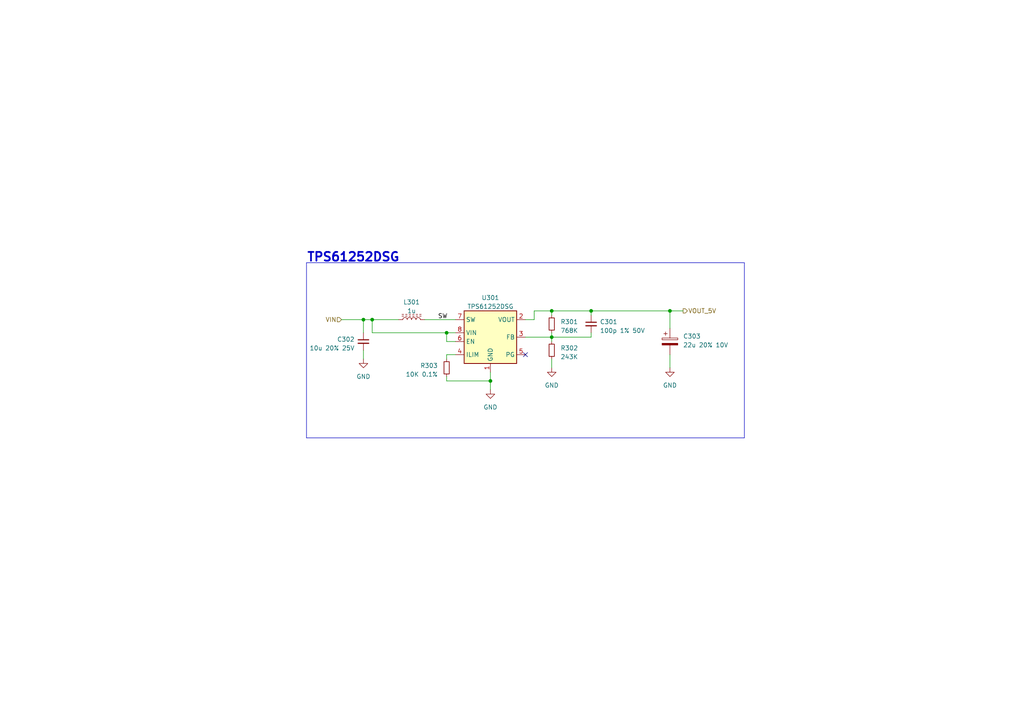
<source format=kicad_sch>
(kicad_sch (version 20230121) (generator eeschema)

  (uuid 48a62e12-4bc9-4896-a458-f020256f680e)

  (paper "A4")

  (title_block
    (title "Atego Nano")
    (date "2023-06-28")
    (rev "1.1")
    (company "sudo-junkie")
  )

  (lib_symbols
    (symbol "Device:C_Polarized" (pin_numbers hide) (pin_names (offset 0.254)) (in_bom yes) (on_board yes)
      (property "Reference" "C" (at 0.635 2.54 0)
        (effects (font (size 1.27 1.27)) (justify left))
      )
      (property "Value" "C_Polarized" (at 0.635 -2.54 0)
        (effects (font (size 1.27 1.27)) (justify left))
      )
      (property "Footprint" "" (at 0.9652 -3.81 0)
        (effects (font (size 1.27 1.27)) hide)
      )
      (property "Datasheet" "~" (at 0 0 0)
        (effects (font (size 1.27 1.27)) hide)
      )
      (property "ki_keywords" "cap capacitor" (at 0 0 0)
        (effects (font (size 1.27 1.27)) hide)
      )
      (property "ki_description" "Polarized capacitor" (at 0 0 0)
        (effects (font (size 1.27 1.27)) hide)
      )
      (property "ki_fp_filters" "CP_*" (at 0 0 0)
        (effects (font (size 1.27 1.27)) hide)
      )
      (symbol "C_Polarized_0_1"
        (rectangle (start -2.286 0.508) (end 2.286 1.016)
          (stroke (width 0) (type default))
          (fill (type none))
        )
        (polyline
          (pts
            (xy -1.778 2.286)
            (xy -0.762 2.286)
          )
          (stroke (width 0) (type default))
          (fill (type none))
        )
        (polyline
          (pts
            (xy -1.27 2.794)
            (xy -1.27 1.778)
          )
          (stroke (width 0) (type default))
          (fill (type none))
        )
        (rectangle (start 2.286 -0.508) (end -2.286 -1.016)
          (stroke (width 0) (type default))
          (fill (type outline))
        )
      )
      (symbol "C_Polarized_1_1"
        (pin passive line (at 0 3.81 270) (length 2.794)
          (name "~" (effects (font (size 1.27 1.27))))
          (number "1" (effects (font (size 1.27 1.27))))
        )
        (pin passive line (at 0 -3.81 90) (length 2.794)
          (name "~" (effects (font (size 1.27 1.27))))
          (number "2" (effects (font (size 1.27 1.27))))
        )
      )
    )
    (symbol "Device:C_Small" (pin_numbers hide) (pin_names (offset 0.254) hide) (in_bom yes) (on_board yes)
      (property "Reference" "C" (at 0.254 1.778 0)
        (effects (font (size 1.27 1.27)) (justify left))
      )
      (property "Value" "C_Small" (at 0.254 -2.032 0)
        (effects (font (size 1.27 1.27)) (justify left))
      )
      (property "Footprint" "" (at 0 0 0)
        (effects (font (size 1.27 1.27)) hide)
      )
      (property "Datasheet" "~" (at 0 0 0)
        (effects (font (size 1.27 1.27)) hide)
      )
      (property "ki_keywords" "capacitor cap" (at 0 0 0)
        (effects (font (size 1.27 1.27)) hide)
      )
      (property "ki_description" "Unpolarized capacitor, small symbol" (at 0 0 0)
        (effects (font (size 1.27 1.27)) hide)
      )
      (property "ki_fp_filters" "C_*" (at 0 0 0)
        (effects (font (size 1.27 1.27)) hide)
      )
      (symbol "C_Small_0_1"
        (polyline
          (pts
            (xy -1.524 -0.508)
            (xy 1.524 -0.508)
          )
          (stroke (width 0.3302) (type default))
          (fill (type none))
        )
        (polyline
          (pts
            (xy -1.524 0.508)
            (xy 1.524 0.508)
          )
          (stroke (width 0.3048) (type default))
          (fill (type none))
        )
      )
      (symbol "C_Small_1_1"
        (pin passive line (at 0 2.54 270) (length 2.032)
          (name "~" (effects (font (size 1.27 1.27))))
          (number "1" (effects (font (size 1.27 1.27))))
        )
        (pin passive line (at 0 -2.54 90) (length 2.032)
          (name "~" (effects (font (size 1.27 1.27))))
          (number "2" (effects (font (size 1.27 1.27))))
        )
      )
    )
    (symbol "Device:L_Ferrite" (pin_numbers hide) (pin_names (offset 1.016) hide) (in_bom yes) (on_board yes)
      (property "Reference" "L" (at -1.27 0 90)
        (effects (font (size 1.27 1.27)))
      )
      (property "Value" "L_Ferrite" (at 2.794 0 90)
        (effects (font (size 1.27 1.27)))
      )
      (property "Footprint" "" (at 0 0 0)
        (effects (font (size 1.27 1.27)) hide)
      )
      (property "Datasheet" "~" (at 0 0 0)
        (effects (font (size 1.27 1.27)) hide)
      )
      (property "ki_keywords" "inductor choke coil reactor magnetic" (at 0 0 0)
        (effects (font (size 1.27 1.27)) hide)
      )
      (property "ki_description" "Inductor with ferrite core" (at 0 0 0)
        (effects (font (size 1.27 1.27)) hide)
      )
      (property "ki_fp_filters" "Choke_* *Coil* Inductor_* L_*" (at 0 0 0)
        (effects (font (size 1.27 1.27)) hide)
      )
      (symbol "L_Ferrite_0_1"
        (arc (start 0 -2.54) (mid 0.6323 -1.905) (end 0 -1.27)
          (stroke (width 0) (type default))
          (fill (type none))
        )
        (arc (start 0 -1.27) (mid 0.6323 -0.635) (end 0 0)
          (stroke (width 0) (type default))
          (fill (type none))
        )
        (polyline
          (pts
            (xy 1.016 -2.794)
            (xy 1.016 -2.286)
          )
          (stroke (width 0) (type default))
          (fill (type none))
        )
        (polyline
          (pts
            (xy 1.016 -1.778)
            (xy 1.016 -1.27)
          )
          (stroke (width 0) (type default))
          (fill (type none))
        )
        (polyline
          (pts
            (xy 1.016 -0.762)
            (xy 1.016 -0.254)
          )
          (stroke (width 0) (type default))
          (fill (type none))
        )
        (polyline
          (pts
            (xy 1.016 0.254)
            (xy 1.016 0.762)
          )
          (stroke (width 0) (type default))
          (fill (type none))
        )
        (polyline
          (pts
            (xy 1.016 1.27)
            (xy 1.016 1.778)
          )
          (stroke (width 0) (type default))
          (fill (type none))
        )
        (polyline
          (pts
            (xy 1.016 2.286)
            (xy 1.016 2.794)
          )
          (stroke (width 0) (type default))
          (fill (type none))
        )
        (polyline
          (pts
            (xy 1.524 -2.286)
            (xy 1.524 -2.794)
          )
          (stroke (width 0) (type default))
          (fill (type none))
        )
        (polyline
          (pts
            (xy 1.524 -1.27)
            (xy 1.524 -1.778)
          )
          (stroke (width 0) (type default))
          (fill (type none))
        )
        (polyline
          (pts
            (xy 1.524 -0.254)
            (xy 1.524 -0.762)
          )
          (stroke (width 0) (type default))
          (fill (type none))
        )
        (polyline
          (pts
            (xy 1.524 0.762)
            (xy 1.524 0.254)
          )
          (stroke (width 0) (type default))
          (fill (type none))
        )
        (polyline
          (pts
            (xy 1.524 1.778)
            (xy 1.524 1.27)
          )
          (stroke (width 0) (type default))
          (fill (type none))
        )
        (polyline
          (pts
            (xy 1.524 2.794)
            (xy 1.524 2.286)
          )
          (stroke (width 0) (type default))
          (fill (type none))
        )
        (arc (start 0 0) (mid 0.6323 0.635) (end 0 1.27)
          (stroke (width 0) (type default))
          (fill (type none))
        )
        (arc (start 0 1.27) (mid 0.6323 1.905) (end 0 2.54)
          (stroke (width 0) (type default))
          (fill (type none))
        )
      )
      (symbol "L_Ferrite_1_1"
        (pin passive line (at 0 3.81 270) (length 1.27)
          (name "1" (effects (font (size 1.27 1.27))))
          (number "1" (effects (font (size 1.27 1.27))))
        )
        (pin passive line (at 0 -3.81 90) (length 1.27)
          (name "2" (effects (font (size 1.27 1.27))))
          (number "2" (effects (font (size 1.27 1.27))))
        )
      )
    )
    (symbol "Device:R_Small" (pin_numbers hide) (pin_names (offset 0.254) hide) (in_bom yes) (on_board yes)
      (property "Reference" "R" (at 0.762 0.508 0)
        (effects (font (size 1.27 1.27)) (justify left))
      )
      (property "Value" "R_Small" (at 0.762 -1.016 0)
        (effects (font (size 1.27 1.27)) (justify left))
      )
      (property "Footprint" "" (at 0 0 0)
        (effects (font (size 1.27 1.27)) hide)
      )
      (property "Datasheet" "~" (at 0 0 0)
        (effects (font (size 1.27 1.27)) hide)
      )
      (property "ki_keywords" "R resistor" (at 0 0 0)
        (effects (font (size 1.27 1.27)) hide)
      )
      (property "ki_description" "Resistor, small symbol" (at 0 0 0)
        (effects (font (size 1.27 1.27)) hide)
      )
      (property "ki_fp_filters" "R_*" (at 0 0 0)
        (effects (font (size 1.27 1.27)) hide)
      )
      (symbol "R_Small_0_1"
        (rectangle (start -0.762 1.778) (end 0.762 -1.778)
          (stroke (width 0.2032) (type default))
          (fill (type none))
        )
      )
      (symbol "R_Small_1_1"
        (pin passive line (at 0 2.54 270) (length 0.762)
          (name "~" (effects (font (size 1.27 1.27))))
          (number "1" (effects (font (size 1.27 1.27))))
        )
        (pin passive line (at 0 -2.54 90) (length 0.762)
          (name "~" (effects (font (size 1.27 1.27))))
          (number "2" (effects (font (size 1.27 1.27))))
        )
      )
    )
    (symbol "My_Regulator_Switching:TPS61252DSG" (in_bom yes) (on_board yes)
      (property "Reference" "U" (at 0 0 0)
        (effects (font (size 1.27 1.27)))
      )
      (property "Value" "TPS61252DSG" (at 0 0 0)
        (effects (font (size 1.27 1.27)))
      )
      (property "Footprint" "Package_SON:WSON-8-1EP_2x2mm_P0.5mm_EP0.9x1.6mm" (at 0 0 0)
        (effects (font (size 1.27 1.27)) hide)
      )
      (property "Datasheet" "http://www.ti.com/lit/ds/symlink/tps61252.pdf" (at 0 0 0)
        (effects (font (size 1.27 1.27)) hide)
      )
      (symbol "TPS61252DSG_1_1"
        (rectangle (start -7.62 7.62) (end 7.62 -7.62)
          (stroke (width 0.254) (type default))
          (fill (type background))
        )
        (pin power_in line (at 0 -10.16 90) (length 2.54)
          (name "GND" (effects (font (size 1.27 1.27))))
          (number "1" (effects (font (size 1.27 1.27))))
        )
        (pin power_out line (at 10.16 5.08 180) (length 2.54)
          (name "VOUT" (effects (font (size 1.27 1.27))))
          (number "2" (effects (font (size 1.27 1.27))))
        )
        (pin input line (at 10.16 0 180) (length 2.54)
          (name "FB" (effects (font (size 1.27 1.27))))
          (number "3" (effects (font (size 1.27 1.27))))
        )
        (pin input line (at -10.16 -5.08 0) (length 2.54)
          (name "ILIM" (effects (font (size 1.27 1.27))))
          (number "4" (effects (font (size 1.27 1.27))))
        )
        (pin open_collector line (at 10.16 -5.08 180) (length 2.54)
          (name "PG" (effects (font (size 1.27 1.27))))
          (number "5" (effects (font (size 1.27 1.27))))
        )
        (pin input line (at -10.16 -1.27 0) (length 2.54)
          (name "EN" (effects (font (size 1.27 1.27))))
          (number "6" (effects (font (size 1.27 1.27))))
        )
        (pin passive line (at -10.16 5.08 0) (length 2.54)
          (name "SW" (effects (font (size 1.27 1.27))))
          (number "7" (effects (font (size 1.27 1.27))))
        )
        (pin power_in line (at -10.16 1.27 0) (length 2.54)
          (name "VIN" (effects (font (size 1.27 1.27))))
          (number "8" (effects (font (size 1.27 1.27))))
        )
        (pin passive line (at 0 -10.16 90) (length 2.54) hide
          (name "GND" (effects (font (size 1.27 1.27))))
          (number "9" (effects (font (size 1.27 1.27))))
        )
      )
    )
    (symbol "power:GND" (power) (pin_names (offset 0)) (in_bom yes) (on_board yes)
      (property "Reference" "#PWR" (at 0 -6.35 0)
        (effects (font (size 1.27 1.27)) hide)
      )
      (property "Value" "GND" (at 0 -3.81 0)
        (effects (font (size 1.27 1.27)))
      )
      (property "Footprint" "" (at 0 0 0)
        (effects (font (size 1.27 1.27)) hide)
      )
      (property "Datasheet" "" (at 0 0 0)
        (effects (font (size 1.27 1.27)) hide)
      )
      (property "ki_keywords" "global power" (at 0 0 0)
        (effects (font (size 1.27 1.27)) hide)
      )
      (property "ki_description" "Power symbol creates a global label with name \"GND\" , ground" (at 0 0 0)
        (effects (font (size 1.27 1.27)) hide)
      )
      (symbol "GND_0_1"
        (polyline
          (pts
            (xy 0 0)
            (xy 0 -1.27)
            (xy 1.27 -1.27)
            (xy 0 -2.54)
            (xy -1.27 -1.27)
            (xy 0 -1.27)
          )
          (stroke (width 0) (type default))
          (fill (type none))
        )
      )
      (symbol "GND_1_1"
        (pin power_in line (at 0 0 270) (length 0) hide
          (name "GND" (effects (font (size 1.27 1.27))))
          (number "1" (effects (font (size 1.27 1.27))))
        )
      )
    )
  )

  (junction (at 160.02 97.79) (diameter 0) (color 0 0 0 0)
    (uuid 03d6c0f8-fd5d-48e3-a8b1-373ab09343d3)
  )
  (junction (at 160.02 90.17) (diameter 0) (color 0 0 0 0)
    (uuid 13418b8e-c574-41df-a726-32ac9b9a40bc)
  )
  (junction (at 194.31 90.17) (diameter 0) (color 0 0 0 0)
    (uuid 31d52f45-48a3-4a8f-a9ea-22d09721937e)
  )
  (junction (at 142.24 110.49) (diameter 0) (color 0 0 0 0)
    (uuid 5f2e4852-9d93-438c-944e-b08d3734fab6)
  )
  (junction (at 105.41 92.71) (diameter 0) (color 0 0 0 0)
    (uuid 78af2739-cb7a-4e82-80bc-93ddcd1da033)
  )
  (junction (at 129.54 96.52) (diameter 0) (color 0 0 0 0)
    (uuid 8faa5655-f552-4527-9cb4-4a70ab80dc84)
  )
  (junction (at 107.95 92.71) (diameter 0) (color 0 0 0 0)
    (uuid 9c5a8dbe-d338-4604-9692-3b137171da95)
  )
  (junction (at 171.45 90.17) (diameter 0) (color 0 0 0 0)
    (uuid be6128b8-cdfd-472b-87be-9949716bfd28)
  )

  (no_connect (at 152.4 102.87) (uuid 9c9bd979-7e7d-4963-9cfb-b33083e40255))

  (wire (pts (xy 160.02 91.44) (xy 160.02 90.17))
    (stroke (width 0) (type default))
    (uuid 013a35b8-c71a-498c-9243-2464693a4c28)
  )
  (wire (pts (xy 160.02 104.14) (xy 160.02 106.68))
    (stroke (width 0) (type default))
    (uuid 016e97ef-76e3-4162-90d1-b6db5e80fe45)
  )
  (wire (pts (xy 107.95 92.71) (xy 107.95 96.52))
    (stroke (width 0) (type default))
    (uuid 0273ef2b-56ba-43a3-8aa5-e626a3785c30)
  )
  (wire (pts (xy 171.45 90.17) (xy 194.31 90.17))
    (stroke (width 0) (type default))
    (uuid 14bf0650-81f0-43d1-a36a-5c2da81e91ee)
  )
  (wire (pts (xy 194.31 90.17) (xy 194.31 95.25))
    (stroke (width 0) (type default))
    (uuid 191394b4-d077-44ac-99f0-e79c106d895e)
  )
  (wire (pts (xy 171.45 96.52) (xy 171.45 97.79))
    (stroke (width 0) (type default))
    (uuid 1b72c019-16b1-4513-9937-cae1c280a9a4)
  )
  (wire (pts (xy 105.41 101.6) (xy 105.41 104.14))
    (stroke (width 0) (type default))
    (uuid 260d9cec-4619-4820-a27c-cb0d98c5b361)
  )
  (wire (pts (xy 160.02 90.17) (xy 171.45 90.17))
    (stroke (width 0) (type default))
    (uuid 2d4501cf-6274-4c12-9fe9-94af48a83f0e)
  )
  (wire (pts (xy 154.94 90.17) (xy 154.94 92.71))
    (stroke (width 0) (type default))
    (uuid 366c4b57-a0e9-486a-b14d-f90f279d1260)
  )
  (wire (pts (xy 105.41 92.71) (xy 107.95 92.71))
    (stroke (width 0) (type default))
    (uuid 3905c0ba-db55-4a2b-9009-fc4d5e42949f)
  )
  (wire (pts (xy 123.19 92.71) (xy 132.08 92.71))
    (stroke (width 0) (type default))
    (uuid 3ca01b99-58fa-486a-ae39-7d60462ef672)
  )
  (wire (pts (xy 107.95 96.52) (xy 129.54 96.52))
    (stroke (width 0) (type default))
    (uuid 4bae8293-5c77-47f8-a9de-d99ee055b7f5)
  )
  (wire (pts (xy 160.02 96.52) (xy 160.02 97.79))
    (stroke (width 0) (type default))
    (uuid 4e190c6d-4e24-4490-9f0c-dbc168ced392)
  )
  (wire (pts (xy 154.94 92.71) (xy 152.4 92.71))
    (stroke (width 0) (type default))
    (uuid 5c04440d-d45a-4560-867d-1c0defb661e5)
  )
  (wire (pts (xy 142.24 110.49) (xy 142.24 113.03))
    (stroke (width 0) (type default))
    (uuid 5e916180-ebfc-48f9-97ef-828ee2ab3ed6)
  )
  (polyline (pts (xy 215.9 76.2) (xy 215.9 127))
    (stroke (width 0) (type default))
    (uuid 6e3d4af4-6426-4845-9dce-d95e20f288e1)
  )

  (wire (pts (xy 129.54 96.52) (xy 129.54 99.06))
    (stroke (width 0) (type default))
    (uuid 781e1dda-cf36-4bfd-ab43-ecdb74f68153)
  )
  (polyline (pts (xy 88.9 76.2) (xy 215.9 76.2))
    (stroke (width 0) (type default))
    (uuid 8f005d83-8c4e-4942-adfb-88216ff9e8be)
  )

  (wire (pts (xy 132.08 96.52) (xy 129.54 96.52))
    (stroke (width 0) (type default))
    (uuid 93dd7093-bbaa-4bc0-b482-c4253ac7fe74)
  )
  (wire (pts (xy 160.02 97.79) (xy 160.02 99.06))
    (stroke (width 0) (type default))
    (uuid 952eb088-1163-4c7e-a382-8b3be4257cd4)
  )
  (wire (pts (xy 194.31 90.17) (xy 198.12 90.17))
    (stroke (width 0) (type default))
    (uuid a6da55d3-d364-4819-b4e2-16c802e44923)
  )
  (polyline (pts (xy 88.9 127) (xy 88.9 76.2))
    (stroke (width 0) (type default))
    (uuid aab68383-fb28-4611-8a48-9399b0a22aea)
  )

  (wire (pts (xy 99.06 92.71) (xy 105.41 92.71))
    (stroke (width 0) (type default))
    (uuid b0e40066-1b89-4a95-ab72-9408c04bc860)
  )
  (wire (pts (xy 129.54 102.87) (xy 129.54 104.14))
    (stroke (width 0) (type default))
    (uuid b3106720-ebb9-40db-8ff6-c31df41deb21)
  )
  (wire (pts (xy 142.24 110.49) (xy 142.24 107.95))
    (stroke (width 0) (type default))
    (uuid b6466f58-71d3-4553-bdca-7e2b788de8c2)
  )
  (wire (pts (xy 129.54 99.06) (xy 132.08 99.06))
    (stroke (width 0) (type default))
    (uuid b7c4a6c9-4637-4391-9306-1ed7bdbf2375)
  )
  (wire (pts (xy 132.08 102.87) (xy 129.54 102.87))
    (stroke (width 0) (type default))
    (uuid bddb66c3-4d62-4d41-9759-1e940943faaa)
  )
  (wire (pts (xy 160.02 90.17) (xy 154.94 90.17))
    (stroke (width 0) (type default))
    (uuid ca37c136-3d54-44d0-84e2-c59ac85dfba4)
  )
  (wire (pts (xy 105.41 96.52) (xy 105.41 92.71))
    (stroke (width 0) (type default))
    (uuid d8a110b6-75b4-4875-a161-3118f0ea2aad)
  )
  (wire (pts (xy 129.54 109.22) (xy 129.54 110.49))
    (stroke (width 0) (type default))
    (uuid d8e4efb5-ff05-41e5-af45-0dc2dddbcfe6)
  )
  (polyline (pts (xy 215.9 127) (xy 88.9 127))
    (stroke (width 0) (type default))
    (uuid e721ac79-7aea-489c-9263-6ee6d8122dc5)
  )

  (wire (pts (xy 107.95 92.71) (xy 115.57 92.71))
    (stroke (width 0) (type default))
    (uuid ec2f5e8a-7d88-49c4-acbe-b547d0dedc6f)
  )
  (wire (pts (xy 129.54 110.49) (xy 142.24 110.49))
    (stroke (width 0) (type default))
    (uuid ed5ce98e-3006-41e6-bcb7-4859f98028ca)
  )
  (wire (pts (xy 152.4 97.79) (xy 160.02 97.79))
    (stroke (width 0) (type default))
    (uuid ee74c12e-7690-40ec-a899-ea7cebb1e6b8)
  )
  (wire (pts (xy 194.31 102.87) (xy 194.31 106.68))
    (stroke (width 0) (type default))
    (uuid efaf126f-e5a1-4703-96fe-7e749b65507e)
  )
  (wire (pts (xy 171.45 97.79) (xy 160.02 97.79))
    (stroke (width 0) (type default))
    (uuid f874f438-f9f8-45aa-8a34-85248080eeb7)
  )
  (wire (pts (xy 171.45 90.17) (xy 171.45 91.44))
    (stroke (width 0) (type default))
    (uuid fb6f4a95-05b6-4d71-b5bf-5b43679971e0)
  )

  (text "TPS61252DSG" (at 88.9 76.2 0)
    (effects (font (size 2.54 2.54) (thickness 0.508) bold) (justify left bottom))
    (uuid 72eb4557-1f1d-4284-a53a-f6de44d0e3da)
  )

  (label "SW" (at 127 92.71 0) (fields_autoplaced)
    (effects (font (size 1.27 1.27)) (justify left bottom))
    (uuid 35fac0ee-04ed-4bd3-b8d9-faa290b0c718)
  )

  (hierarchical_label "VOUT_5V" (shape output) (at 198.12 90.17 0) (fields_autoplaced)
    (effects (font (size 1.27 1.27)) (justify left))
    (uuid aaafd390-14a7-4e59-ae1f-9bb71bb9a323)
  )
  (hierarchical_label "VIN" (shape input) (at 99.06 92.71 180) (fields_autoplaced)
    (effects (font (size 1.27 1.27)) (justify right))
    (uuid bc56d38d-7ee9-4b3c-b99d-2bf099ef5eee)
  )

  (symbol (lib_id "power:GND") (at 142.24 113.03 0) (unit 1)
    (in_bom yes) (on_board yes) (dnp no) (fields_autoplaced)
    (uuid 058ceeba-0333-42a6-8fc8-e239e7f354e3)
    (property "Reference" "#PWR0304" (at 142.24 119.38 0)
      (effects (font (size 1.27 1.27)) hide)
    )
    (property "Value" "GND" (at 142.24 118.11 0)
      (effects (font (size 1.27 1.27)))
    )
    (property "Footprint" "" (at 142.24 113.03 0)
      (effects (font (size 1.27 1.27)) hide)
    )
    (property "Datasheet" "" (at 142.24 113.03 0)
      (effects (font (size 1.27 1.27)) hide)
    )
    (pin "1" (uuid dc5cbf03-e568-4b49-9d6c-e89094d55b38))
    (instances
      (project "Atego_Nano"
        (path "/f0d70477-67e1-4b14-aebd-2138d55a5d0c/6c4563b0-53cb-4dd6-94e3-ed97fc502bba/53d4e6de-d528-41d2-9f96-35a1833d80ec"
          (reference "#PWR0304") (unit 1)
        )
      )
    )
  )

  (symbol (lib_id "Device:R_Small") (at 129.54 106.68 0) (mirror y) (unit 1)
    (in_bom yes) (on_board yes) (dnp no)
    (uuid 0d97b739-8699-424f-861f-8046bd134aa1)
    (property "Reference" "R303" (at 127 106.045 0)
      (effects (font (size 1.27 1.27)) (justify left))
    )
    (property "Value" "10K 0.1%" (at 127 108.585 0)
      (effects (font (size 1.27 1.27)) (justify left))
    )
    (property "Footprint" "Resistor_SMD:R_0603_1608Metric" (at 129.54 106.68 0)
      (effects (font (size 1.27 1.27)) hide)
    )
    (property "Datasheet" "~" (at 129.54 106.68 0)
      (effects (font (size 1.27 1.27)) hide)
    )
    (property "MPN" "RT0603BRD0710KL" (at 129.54 106.68 0)
      (effects (font (size 1.27 1.27)) hide)
    )
    (property "Manufacturer" "YAGEO" (at 129.54 106.68 0)
      (effects (font (size 1.27 1.27)) hide)
    )
    (property "Vendor" "LCSC" (at 129.54 106.68 0)
      (effects (font (size 1.27 1.27)) hide)
    )
    (property "Price" "0.0222" (at 129.54 106.68 0)
      (effects (font (size 1.27 1.27)) hide)
    )
    (pin "1" (uuid af5095c9-3b96-40e5-9c2f-c5bf0dd265ee))
    (pin "2" (uuid 5c4dc78c-a25b-4aa3-8d11-0e7a2c75c0a1))
    (instances
      (project "Atego_Nano"
        (path "/f0d70477-67e1-4b14-aebd-2138d55a5d0c/6c4563b0-53cb-4dd6-94e3-ed97fc502bba/53d4e6de-d528-41d2-9f96-35a1833d80ec"
          (reference "R303") (unit 1)
        )
      )
    )
  )

  (symbol (lib_id "Device:R_Small") (at 160.02 93.98 0) (unit 1)
    (in_bom yes) (on_board yes) (dnp no)
    (uuid 3997f39c-2c8c-4182-916e-1524fbb7d0ba)
    (property "Reference" "R301" (at 162.56 93.345 0)
      (effects (font (size 1.27 1.27)) (justify left))
    )
    (property "Value" "768K" (at 162.56 95.885 0)
      (effects (font (size 1.27 1.27)) (justify left))
    )
    (property "Footprint" "Resistor_SMD:R_0603_1608Metric" (at 160.02 93.98 0)
      (effects (font (size 1.27 1.27)) hide)
    )
    (property "Datasheet" "~" (at 160.02 93.98 0)
      (effects (font (size 1.27 1.27)) hide)
    )
    (property "MPN" "PTFR0603B768KP9" (at 160.02 93.98 0)
      (effects (font (size 1.27 1.27)) hide)
    )
    (property "Manufacturer" "Resistor.Today" (at 160.02 93.98 0)
      (effects (font (size 1.27 1.27)) hide)
    )
    (property "Vendor" "LCSC" (at 160.02 93.98 0)
      (effects (font (size 1.27 1.27)) hide)
    )
    (property "Price" "0.1092" (at 160.02 93.98 0)
      (effects (font (size 1.27 1.27)) hide)
    )
    (pin "1" (uuid e60e31fa-d0c0-4c18-b75b-1fcde691e190))
    (pin "2" (uuid b6254fba-97f2-479d-9495-f41b6e4bde91))
    (instances
      (project "Atego_Nano"
        (path "/f0d70477-67e1-4b14-aebd-2138d55a5d0c/6c4563b0-53cb-4dd6-94e3-ed97fc502bba/53d4e6de-d528-41d2-9f96-35a1833d80ec"
          (reference "R301") (unit 1)
        )
      )
    )
  )

  (symbol (lib_id "power:GND") (at 194.31 106.68 0) (unit 1)
    (in_bom yes) (on_board yes) (dnp no) (fields_autoplaced)
    (uuid 452e8cc4-7fc7-4926-a75a-8a8f936b59ae)
    (property "Reference" "#PWR0303" (at 194.31 113.03 0)
      (effects (font (size 1.27 1.27)) hide)
    )
    (property "Value" "GND" (at 194.31 111.76 0)
      (effects (font (size 1.27 1.27)))
    )
    (property "Footprint" "" (at 194.31 106.68 0)
      (effects (font (size 1.27 1.27)) hide)
    )
    (property "Datasheet" "" (at 194.31 106.68 0)
      (effects (font (size 1.27 1.27)) hide)
    )
    (pin "1" (uuid 52ec7e86-adc9-4ba1-80e4-1c4c8b848554))
    (instances
      (project "Atego_Nano"
        (path "/f0d70477-67e1-4b14-aebd-2138d55a5d0c/6c4563b0-53cb-4dd6-94e3-ed97fc502bba/53d4e6de-d528-41d2-9f96-35a1833d80ec"
          (reference "#PWR0303") (unit 1)
        )
      )
    )
  )

  (symbol (lib_id "Device:C_Small") (at 171.45 93.98 0) (unit 1)
    (in_bom yes) (on_board yes) (dnp no) (fields_autoplaced)
    (uuid 522910d4-b114-4a60-96ea-6a86b6259857)
    (property "Reference" "C301" (at 173.99 93.3513 0)
      (effects (font (size 1.27 1.27)) (justify left))
    )
    (property "Value" "100p 1% 50V" (at 173.99 95.8913 0)
      (effects (font (size 1.27 1.27)) (justify left))
    )
    (property "Footprint" "Capacitor_SMD:C_0603_1608Metric" (at 171.45 93.98 0)
      (effects (font (size 1.27 1.27)) hide)
    )
    (property "Datasheet" "~" (at 171.45 93.98 0)
      (effects (font (size 1.27 1.27)) hide)
    )
    (property "MPN" "CC0603FRNPO9BN101" (at 171.45 93.98 0)
      (effects (font (size 1.27 1.27)) hide)
    )
    (property "Manufacturer" "YAGEO" (at 171.45 93.98 0)
      (effects (font (size 1.27 1.27)) hide)
    )
    (property "Vendor" "LCSC" (at 171.45 93.98 0)
      (effects (font (size 1.27 1.27)) hide)
    )
    (property "Price" "0.0086" (at 171.45 93.98 0)
      (effects (font (size 1.27 1.27)) hide)
    )
    (pin "1" (uuid 07a88781-568f-4d34-bb07-a20039445b3c))
    (pin "2" (uuid 39f932f6-12db-46c8-bed5-e18b0667092f))
    (instances
      (project "Atego_Nano"
        (path "/f0d70477-67e1-4b14-aebd-2138d55a5d0c/6c4563b0-53cb-4dd6-94e3-ed97fc502bba/53d4e6de-d528-41d2-9f96-35a1833d80ec"
          (reference "C301") (unit 1)
        )
      )
    )
  )

  (symbol (lib_id "power:GND") (at 160.02 106.68 0) (unit 1)
    (in_bom yes) (on_board yes) (dnp no) (fields_autoplaced)
    (uuid 6504fe5e-6a7a-4705-aa29-e5e717d832f9)
    (property "Reference" "#PWR0302" (at 160.02 113.03 0)
      (effects (font (size 1.27 1.27)) hide)
    )
    (property "Value" "GND" (at 160.02 111.76 0)
      (effects (font (size 1.27 1.27)))
    )
    (property "Footprint" "" (at 160.02 106.68 0)
      (effects (font (size 1.27 1.27)) hide)
    )
    (property "Datasheet" "" (at 160.02 106.68 0)
      (effects (font (size 1.27 1.27)) hide)
    )
    (pin "1" (uuid 39c4fc1b-af3e-450f-a4f4-a1d5a3a28f81))
    (instances
      (project "Atego_Nano"
        (path "/f0d70477-67e1-4b14-aebd-2138d55a5d0c/6c4563b0-53cb-4dd6-94e3-ed97fc502bba/53d4e6de-d528-41d2-9f96-35a1833d80ec"
          (reference "#PWR0302") (unit 1)
        )
      )
    )
  )

  (symbol (lib_id "My_Regulator_Switching:TPS61252DSG") (at 142.24 97.79 0) (unit 1)
    (in_bom yes) (on_board yes) (dnp no) (fields_autoplaced)
    (uuid 79ebfff8-fb00-4802-b203-904bc670e797)
    (property "Reference" "U301" (at 142.24 86.36 0)
      (effects (font (size 1.27 1.27)))
    )
    (property "Value" "TPS61252DSG" (at 142.24 88.9 0)
      (effects (font (size 1.27 1.27)))
    )
    (property "Footprint" "Package_SON:WSON-8-1EP_2x2mm_P0.5mm_EP0.9x1.6mm" (at 142.24 97.79 0)
      (effects (font (size 1.27 1.27)) hide)
    )
    (property "Datasheet" "http://www.ti.com/lit/ds/symlink/tps61252.pdf" (at 142.24 97.79 0)
      (effects (font (size 1.27 1.27)) hide)
    )
    (property "MPN" "TPS61252DSGR" (at 142.24 97.79 0)
      (effects (font (size 1.27 1.27)) hide)
    )
    (property "Manufacturer" "Texas Instruments" (at 142.24 97.79 0)
      (effects (font (size 1.27 1.27)) hide)
    )
    (property "Vendor" "LCSC" (at 142.24 97.79 0)
      (effects (font (size 1.27 1.27)) hide)
    )
    (property "Price" "1.7691" (at 142.24 97.79 0)
      (effects (font (size 1.27 1.27)) hide)
    )
    (pin "1" (uuid 5f017e25-a1fd-4a74-b225-f9875ce959a4))
    (pin "2" (uuid cff99295-0e0d-4795-aed8-97c03dc144c3))
    (pin "3" (uuid 15d6372d-4b96-49f2-b439-ad2aae82b594))
    (pin "4" (uuid 59983846-b44c-4a90-bd3d-675e56e14860))
    (pin "5" (uuid 63c443aa-cffd-488d-a0ff-2ae9e652d246))
    (pin "6" (uuid 9d123661-4b92-469e-8b3f-272a29ed37bf))
    (pin "7" (uuid 8153b425-7653-40ec-961f-7e0c1709bfb1))
    (pin "8" (uuid e507fb05-dc96-48ec-aa0e-0107614ab56e))
    (pin "9" (uuid 869818a6-8ffd-4075-a198-f2973cc8646f))
    (instances
      (project "Atego_Nano"
        (path "/f0d70477-67e1-4b14-aebd-2138d55a5d0c/6c4563b0-53cb-4dd6-94e3-ed97fc502bba/53d4e6de-d528-41d2-9f96-35a1833d80ec"
          (reference "U301") (unit 1)
        )
      )
    )
  )

  (symbol (lib_id "Device:C_Polarized") (at 194.31 99.06 0) (unit 1)
    (in_bom yes) (on_board yes) (dnp no) (fields_autoplaced)
    (uuid 7df9e5b3-2a10-4848-b1f8-a4951f5e0208)
    (property "Reference" "C303" (at 198.12 97.536 0)
      (effects (font (size 1.27 1.27)) (justify left))
    )
    (property "Value" "22u 20% 10V" (at 198.12 100.076 0)
      (effects (font (size 1.27 1.27)) (justify left))
    )
    (property "Footprint" "Capacitor_SMD:C_0603_1608Metric" (at 195.2752 102.87 0)
      (effects (font (size 1.27 1.27)) hide)
    )
    (property "Datasheet" "~" (at 194.31 99.06 0)
      (effects (font (size 1.27 1.27)) hide)
    )
    (property "MPN" "CC0603MRX5R6BB226" (at 194.31 99.06 0)
      (effects (font (size 1.27 1.27)) hide)
    )
    (property "Manufacturer" "YAGEO" (at 194.31 99.06 0)
      (effects (font (size 1.27 1.27)) hide)
    )
    (property "Vendor" "LCSC" (at 194.31 99.06 0)
      (effects (font (size 1.27 1.27)) hide)
    )
    (property "Price" "0.0352" (at 194.31 99.06 0)
      (effects (font (size 1.27 1.27)) hide)
    )
    (pin "1" (uuid f78b5844-4a26-4204-966d-55e80e78e855))
    (pin "2" (uuid 35d0d240-a064-4ef4-b2ce-2d8c3d464341))
    (instances
      (project "Atego_Nano"
        (path "/f0d70477-67e1-4b14-aebd-2138d55a5d0c/6c4563b0-53cb-4dd6-94e3-ed97fc502bba/53d4e6de-d528-41d2-9f96-35a1833d80ec"
          (reference "C303") (unit 1)
        )
      )
    )
  )

  (symbol (lib_id "power:GND") (at 105.41 104.14 0) (unit 1)
    (in_bom yes) (on_board yes) (dnp no) (fields_autoplaced)
    (uuid b5c368da-1884-4bee-bcee-4ff70013204b)
    (property "Reference" "#PWR0301" (at 105.41 110.49 0)
      (effects (font (size 1.27 1.27)) hide)
    )
    (property "Value" "GND" (at 105.41 109.22 0)
      (effects (font (size 1.27 1.27)))
    )
    (property "Footprint" "" (at 105.41 104.14 0)
      (effects (font (size 1.27 1.27)) hide)
    )
    (property "Datasheet" "" (at 105.41 104.14 0)
      (effects (font (size 1.27 1.27)) hide)
    )
    (pin "1" (uuid abda021f-34b5-4aab-a653-ba9fc65e0328))
    (instances
      (project "Atego_Nano"
        (path "/f0d70477-67e1-4b14-aebd-2138d55a5d0c/6c4563b0-53cb-4dd6-94e3-ed97fc502bba/53d4e6de-d528-41d2-9f96-35a1833d80ec"
          (reference "#PWR0301") (unit 1)
        )
      )
    )
  )

  (symbol (lib_id "Device:R_Small") (at 160.02 101.6 0) (unit 1)
    (in_bom yes) (on_board yes) (dnp no)
    (uuid ed4889b7-5b75-4a94-9be6-51d067d54c44)
    (property "Reference" "R302" (at 162.56 100.965 0)
      (effects (font (size 1.27 1.27)) (justify left))
    )
    (property "Value" "243K" (at 162.56 103.505 0)
      (effects (font (size 1.27 1.27)) (justify left))
    )
    (property "Footprint" "Resistor_SMD:R_0603_1608Metric" (at 160.02 101.6 0)
      (effects (font (size 1.27 1.27)) hide)
    )
    (property "Datasheet" "~" (at 160.02 101.6 0)
      (effects (font (size 1.27 1.27)) hide)
    )
    (property "MPN" "RT0603BRD07243KL" (at 160.02 101.6 0)
      (effects (font (size 1.27 1.27)) hide)
    )
    (property "Manufacturer" "YAGEO" (at 160.02 101.6 0)
      (effects (font (size 1.27 1.27)) hide)
    )
    (property "Vendor" "LCSC" (at 160.02 101.6 0)
      (effects (font (size 1.27 1.27)) hide)
    )
    (property "Price" "0.028" (at 160.02 101.6 0)
      (effects (font (size 1.27 1.27)) hide)
    )
    (pin "1" (uuid d58a788f-5465-4283-bafa-f5f82b97ebc6))
    (pin "2" (uuid 9d0d6ccb-2bb6-46f9-a7e3-09003e4305e1))
    (instances
      (project "Atego_Nano"
        (path "/f0d70477-67e1-4b14-aebd-2138d55a5d0c/6c4563b0-53cb-4dd6-94e3-ed97fc502bba/53d4e6de-d528-41d2-9f96-35a1833d80ec"
          (reference "R302") (unit 1)
        )
      )
    )
  )

  (symbol (lib_id "Device:C_Small") (at 105.41 99.06 0) (mirror y) (unit 1)
    (in_bom yes) (on_board yes) (dnp no)
    (uuid f4e42807-51ad-40e6-b5a6-79f1420f216d)
    (property "Reference" "C302" (at 102.87 98.4313 0)
      (effects (font (size 1.27 1.27)) (justify left))
    )
    (property "Value" "10u 20% 25V" (at 102.87 100.9713 0)
      (effects (font (size 1.27 1.27)) (justify left))
    )
    (property "Footprint" "Capacitor_SMD:C_0603_1608Metric" (at 105.41 99.06 0)
      (effects (font (size 1.27 1.27)) hide)
    )
    (property "Datasheet" "~" (at 105.41 99.06 0)
      (effects (font (size 1.27 1.27)) hide)
    )
    (property "MPN" "CC0603MRX5R8BB106" (at 105.41 99.06 0)
      (effects (font (size 1.27 1.27)) hide)
    )
    (property "Manufacturer" "YAGEO" (at 105.41 99.06 0)
      (effects (font (size 1.27 1.27)) hide)
    )
    (property "Vendor" "LCSC" (at 105.41 99.06 0)
      (effects (font (size 1.27 1.27)) hide)
    )
    (property "Price" "0.0427" (at 105.41 99.06 0)
      (effects (font (size 1.27 1.27)) hide)
    )
    (pin "1" (uuid 6d0cae83-70c6-4401-87aa-d1f721e75965))
    (pin "2" (uuid a053aac8-a788-4d46-9c7c-626b4505efa0))
    (instances
      (project "Atego_Nano"
        (path "/f0d70477-67e1-4b14-aebd-2138d55a5d0c/6c4563b0-53cb-4dd6-94e3-ed97fc502bba/53d4e6de-d528-41d2-9f96-35a1833d80ec"
          (reference "C302") (unit 1)
        )
      )
    )
  )

  (symbol (lib_id "Device:L_Ferrite") (at 119.38 92.71 90) (unit 1)
    (in_bom yes) (on_board yes) (dnp no)
    (uuid fbbf8551-6053-4c6f-bac4-1df20a50e9ab)
    (property "Reference" "L301" (at 119.38 87.63 90)
      (effects (font (size 1.27 1.27)))
    )
    (property "Value" "1u" (at 119.38 90.17 90)
      (effects (font (size 1.27 1.27)))
    )
    (property "Footprint" "Inductor_SMD:L_Vishay_IFSC-1515AH_4x4x1.8mm" (at 119.38 92.71 0)
      (effects (font (size 1.27 1.27)) hide)
    )
    (property "Datasheet" "~" (at 119.38 92.71 0)
      (effects (font (size 1.27 1.27)) hide)
    )
    (property "MPN" "PSPNAQ4018-1R0M" (at 119.38 92.71 0)
      (effects (font (size 1.27 1.27)) hide)
    )
    (property "Manufacturer" "PROD Tech" (at 119.38 92.71 0)
      (effects (font (size 1.27 1.27)) hide)
    )
    (property "Vendor" "LCSC" (at 119.38 92.71 0)
      (effects (font (size 1.27 1.27)) hide)
    )
    (property "Price" "0.0398" (at 119.38 92.71 0)
      (effects (font (size 1.27 1.27)) hide)
    )
    (pin "1" (uuid c0d60fd4-da31-4075-a439-3febf80f1f1b))
    (pin "2" (uuid f7bfda43-1845-4986-be1e-26ee43f806a6))
    (instances
      (project "Atego_Nano"
        (path "/f0d70477-67e1-4b14-aebd-2138d55a5d0c/6c4563b0-53cb-4dd6-94e3-ed97fc502bba/53d4e6de-d528-41d2-9f96-35a1833d80ec"
          (reference "L301") (unit 1)
        )
      )
    )
  )
)

</source>
